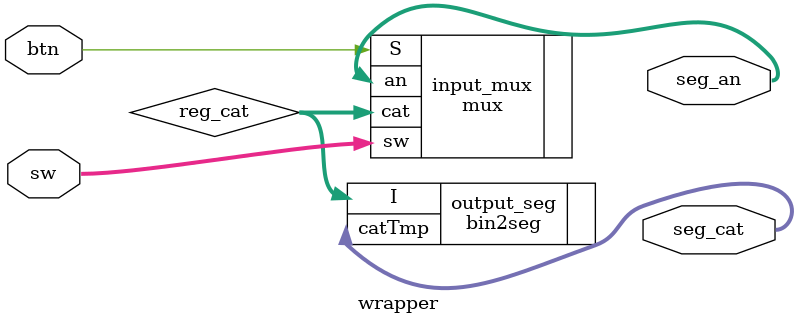
<source format=v>
`timescale 1ns / 1ps


module wrapper(
    input [7:0]sw,
    input [0:0]btn,
    output [7:0]seg_cat,
    output [3:0]seg_an
    );
wire [3:0]reg_cat;
wire [1:0]reg_an;
mux input_mux(.S(btn[0]), .sw(sw), .cat(reg_cat), .an(seg_an));
bin2seg output_seg(.I(reg_cat), .catTmp(seg_cat));
    
endmodule

</source>
